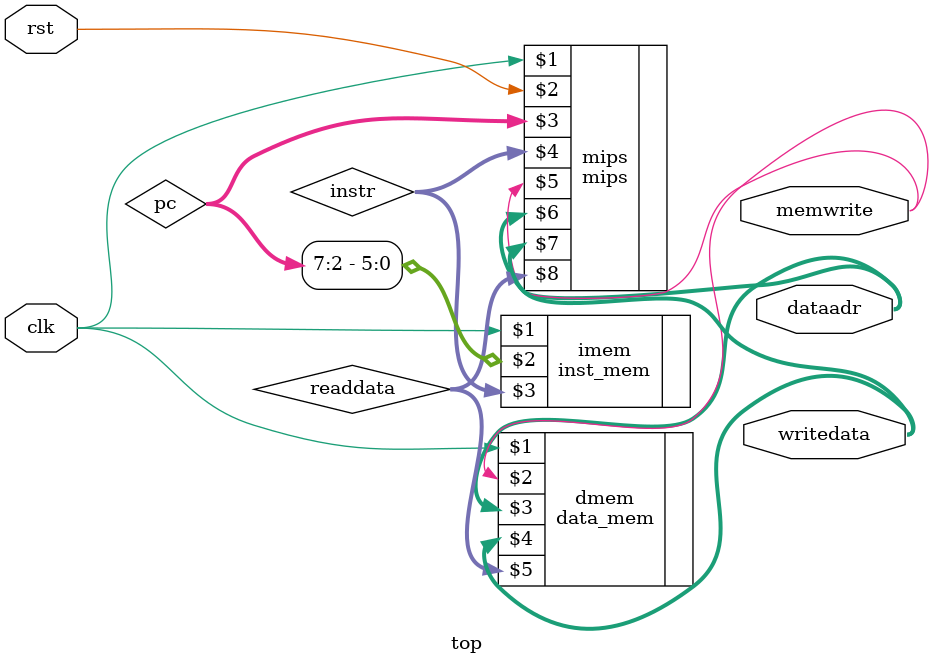
<source format=v>
`timescale 1ns / 1ps


module top(
	input wire clk,rst,
	output wire[31:0] writedata,dataadr,
	output wire memwrite
    );
	// wire clk;
	wire[31:0] pc,instr,readdata;

	//   clk_div instance_name(
 //    	// Clock out ports
	//     .clk_out1(hclk),     // output clk_out1
	//    // Clock in ports
	//     .clk_in1(clk)
 //    	); 
   	

	mips mips(clk,rst,pc,instr,memwrite,dataadr,writedata,readdata);
	inst_mem imem(clk,pc[7:2],instr);
	data_mem dmem(clk,memwrite,dataadr,writedata,readdata);
endmodule

</source>
